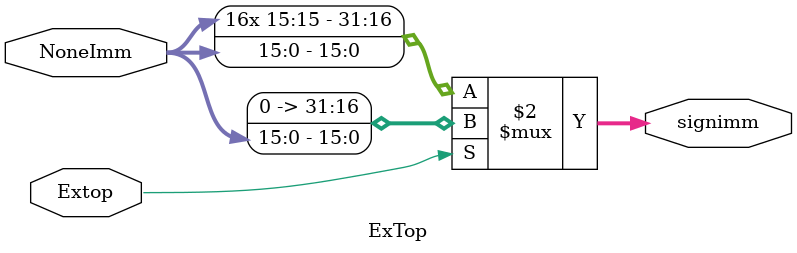
<source format=v>
module ExTop (
    input Extop,
    input [15:0]NoneImm,
    output wire [31:0]signimm
);
assign signimm = (Extop==1'b1)? {{16{1'b0}},NoneImm}: {{16{NoneImm[15]}},NoneImm};

endmodule //Extop
</source>
